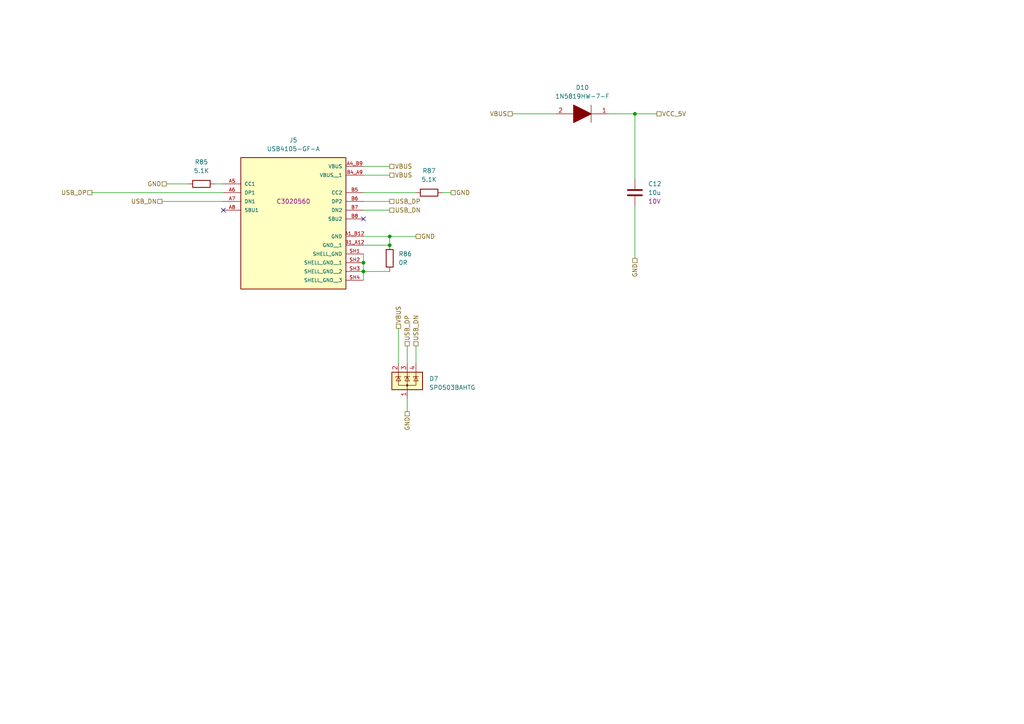
<source format=kicad_sch>
(kicad_sch (version 20250114) (generator "eeschema") (generator_version "9.0")
  (paper "A4")
  (title_block (title "A1S Mini Board") (date "2025-10-27") (rev "1.5") (company "Alex Miller & Martin Roger") (comment 1 "https://github.com/martinroger/VXDash"))
  (lib_symbols
    (symbol "DIY:USB4105-GF-A" (pin_names (offset 1.016))
      (property "Reference" "J" (at -15.24 13.97 0))
      (property "Value" "USB4105-GF-A" (at -15.24 -27.94 0))
      (symbol "USB4105-GF-A_0_0"
        (rectangle (start -15.24 -25.4) (end 15.24 12.7) (stroke (width 0.254)) (fill (type background)))
        (pin bidirectional line (at -20.32 5.08 0) (length 5.08) (name "CC1") (number "A5"))
        (pin bidirectional line (at -20.32 2.54 0) (length 5.08) (name "DP1") (number "A6"))
        (pin bidirectional line (at -20.32 0 0) (length 5.08) (name "DN1") (number "A7"))
        (pin bidirectional line (at -20.32 -2.54 0) (length 5.08) (name "SBU1") (number "A8"))
        (pin power_in line (at 20.32 10.16 180) (length 5.08) (name "VBUS") (number "A4_B9"))
        (pin power_in line (at 20.32 7.62 180) (length 5.08) (name "VBUS__1") (number "B4_A9"))
        (pin bidirectional line (at 20.32 2.54 180) (length 5.08) (name "CC2") (number "B5"))
        (pin bidirectional line (at 20.32 0 180) (length 5.08) (name "DP2") (number "B6"))
        (pin bidirectional line (at 20.32 -2.54 180) (length 5.08) (name "DN2") (number "B7"))
        (pin bidirectional line (at 20.32 -5.08 180) (length 5.08) (name "SBU2") (number "B8"))
        (pin power_in line (at 20.32 -10.16 180) (length 5.08) (name "GND") (number "A1_B12"))
        (pin power_in line (at 20.32 -12.7 180) (length 5.08) (name "GND__1") (number "B1_A12"))
        (pin power_in line (at 20.32 -15.24 180) (length 5.08) (name "SHELL_GND") (number "SH1"))
        (pin power_in line (at 20.32 -17.78 180) (length 5.08) (name "SHELL_GND__1") (number "SH2"))
        (pin power_in line (at 20.32 -20.32 180) (length 5.08) (name "SHELL_GND__2") (number "SH3"))
        (pin power_in line (at 20.32 -22.86 180) (length 5.08) (name "SHELL_GND__3") (number "SH4"))
      )
    )
    (symbol "Power_Protection:SP0503BAHT" (pin_names (hide yes))
      (property "Reference" "D" (at 5.715 2.54 0))
      (property "Value" "SP0503BAHT" (at 5.715 0.635 0))
      (symbol "SP0503BAHT_0_0"
        (pin passive line (at 0 -5.08 90) (length 2.54) (name "A") (number "1"))
      )
      (symbol "SP0503BAHT_0_1"
        (rectangle (start -4.445 2.54) (end 4.445 -2.54) (stroke (width 0.254)) (fill (type background)))
        (polyline (pts (xy -3.302 1.016) (xy -3.302 1.27) (xy -1.905 1.27) (xy -1.778 1.27)))
        (polyline (pts (xy -2.54 2.54) (xy -2.54 1.27)))
        (polyline (pts (xy -2.54 1.27) (xy -2.54 -1.27) (xy 2.54 -1.27) (xy 2.54 1.27)))
        (polyline (pts (xy -2.54 1.27) (xy -1.905 0) (xy -3.175 0) (xy -2.54 1.27)))
        (polyline (pts (xy 0 2.54) (xy 0 1.27)))
        (polyline (pts (xy 0 -1.27) (xy 0 1.27)))
        (polyline (pts (xy 0 -1.27) (xy 0 -2.54)))
        (circle (center 0 -1.27) (radius 0.254) (fill (type outline)))
        (polyline (pts (xy 0.635 1.27) (xy 0.762 1.27)))
        (polyline (pts (xy 0.635 1.27) (xy -0.762 1.27) (xy -0.762 1.016)))
        (polyline (pts (xy 0.635 0) (xy -0.635 0) (xy 0 1.27) (xy 0.635 0)))
        (polyline (pts (xy 1.778 1.016) (xy 1.778 1.27) (xy 3.175 1.27) (xy 3.302 1.27)))
        (polyline (pts (xy 2.54 2.54) (xy 2.54 1.27)))
        (polyline (pts (xy 2.54 1.27) (xy 1.905 0) (xy 3.175 0) (xy 2.54 1.27)))
      )
      (symbol "SP0503BAHT_1_1"
        (pin passive line (at -2.54 5.08 270) (length 2.54) (name "K") (number "2"))
        (pin passive line (at 0 5.08 270) (length 2.54) (name "K") (number "3"))
        (pin passive line (at 2.54 5.08 270) (length 2.54) (name "K") (number "4"))
      )
    )
    (symbol "VXDash_diodes:1N5819HW-7-F" (pin_names (offset 0.762))
      (property "Reference" "D" (at 11.43 5.08 0))
      (property "Value" "1N5819HW-7-F" (at 11.43 2.54 0))
      (symbol "1N5819HW-7-F_0_0"
        (pin passive line (at 0 0 0) (length 2.54) (name "~") (number "1"))
        (pin passive line (at 15.24 0 180) (length 2.54) (name "~") (number "2"))
      )
      (symbol "1N5819HW-7-F_0_1"
        (polyline (pts (xy 2.54 0) (xy 5.08 0)) (stroke (width 0.1524)))
        (polyline (pts (xy 5.08 2.54) (xy 5.08 -2.54)) (stroke (width 0.1524)))
        (polyline (pts (xy 5.08 0) (xy 10.16 2.54) (xy 10.16 -2.54) (xy 5.08 0)) (stroke (width 0.254)) (fill (type outline)))
        (polyline (pts (xy 10.16 0) (xy 12.7 0)) (stroke (width 0.1524)))
      )
    )
    (symbol "VXDash_passives:Cap_MLCC" (pin_numbers (hide yes)) (pin_names (offset 0.254))
      (property "Reference" "C" (at 2.54 2.54 0))
      (property "Value" "Cap_MLCC" (at 2.54 0 0))
      (property "Voltage" "50V" (at 2.54 -2.54 0))
      (symbol "Cap_MLCC_0_1"
        (polyline (pts (xy -2.032 0.762) (xy 2.032 0.762)) (stroke (width 0.508)))
        (polyline (pts (xy -2.032 -0.762) (xy 2.032 -0.762)) (stroke (width 0.508)))
      )
      (symbol "Cap_MLCC_1_1"
        (pin passive line (at 0 3.81 270) (length 2.794) (name "~") (number "1"))
        (pin passive line (at 0 -3.81 90) (length 2.794) (name "~") (number "2"))
      )
    )
    (symbol "VXDash_passives:Res" (pin_numbers (hide yes)) (pin_names (offset 0))
      (property "Reference" "R" (at 1.27 1.27 0))
      (property "Value" "Res" (at 1.27 -1.27 0))
      (symbol "Res_0_1"
        (rectangle (start -1.016 -2.54) (end 1.016 2.54) (stroke (width 0.254)))
      )
      (symbol "Res_1_1"
        (pin passive line (at 0 3.81 270) (length 1.27) (name "~") (number "1"))
        (pin passive line (at 0 -3.81 90) (length 1.27) (name "~") (number "2"))
      )
    )
  )
  (junction (at 105.41 78.74))
  (junction (at 113.03 71.12))
  (junction (at 113.03 68.58))
  (junction (at 105.41 76.2))
  (junction (at 184.15 33.02))
  (no_connect (at 64.77 60.96))
  (no_connect (at 105.41 63.5))
  (wire (pts (xy 118.11 100.33) (xy 118.11 105.41)))
  (wire (pts (xy 176.53 33.02) (xy 184.15 33.02)))
  (wire (pts (xy 62.23 53.34) (xy 64.77 53.34)))
  (wire (pts (xy 118.11 115.57) (xy 118.11 119.38)))
  (wire (pts (xy 120.65 100.33) (xy 120.65 105.41)))
  (wire (pts (xy 105.41 71.12) (xy 113.03 71.12)))
  (wire (pts (xy 115.57 95.25) (xy 115.57 105.41)))
  (wire (pts (xy 26.67 55.88) (xy 64.77 55.88)))
  (wire (pts (xy 184.15 59.69) (xy 184.15 74.93)))
  (wire (pts (xy 105.41 76.2) (xy 105.41 78.74)))
  (wire (pts (xy 105.41 48.26) (xy 113.03 48.26)))
  (wire (pts (xy 105.41 78.74) (xy 105.41 81.28)))
  (wire (pts (xy 148.59 33.02) (xy 161.29 33.02)))
  (wire (pts (xy 46.99 58.42) (xy 64.77 58.42)))
  (wire (pts (xy 105.41 68.58) (xy 113.03 68.58)))
  (wire (pts (xy 128.27 55.88) (xy 130.81 55.88)))
  (wire (pts (xy 105.41 78.74) (xy 113.03 78.74)))
  (wire (pts (xy 105.41 55.88) (xy 120.65 55.88)))
  (wire (pts (xy 184.15 33.02) (xy 190.5 33.02)))
  (wire (pts (xy 105.41 50.8) (xy 113.03 50.8)))
  (wire (pts (xy 184.15 33.02) (xy 184.15 52.07)))
  (wire (pts (xy 113.03 68.58) (xy 120.65 68.58)))
  (wire (pts (xy 105.41 60.96) (xy 113.03 60.96)))
  (wire (pts (xy 105.41 58.42) (xy 113.03 58.42)))
  (wire (pts (xy 113.03 68.58) (xy 113.03 71.12)))
  (wire (pts (xy 105.41 73.66) (xy 105.41 76.2)))
  (wire (pts (xy 48.26 53.34) (xy 54.61 53.34)))
  (hierarchical_label "VBUS" (shape passive) (at 113.03 48.26 0))
  (hierarchical_label "VCC_5V" (shape passive) (at 190.5 33.02 0))
  (hierarchical_label "GND" (shape passive) (at 184.15 74.93 270))
  (hierarchical_label "USB_DN" (shape passive) (at 113.03 60.96 0))
  (hierarchical_label "GND" (shape passive) (at 118.11 119.38 270))
  (hierarchical_label "GND" (shape passive) (at 120.65 68.58 0))
  (hierarchical_label "VBUS" (shape passive) (at 113.03 50.8 0))
  (hierarchical_label "VBUS" (shape passive) (at 148.59 33.02 180))
  (hierarchical_label "USB_DP" (shape passive) (at 113.03 58.42 0))
  (hierarchical_label "GND" (shape passive) (at 130.81 55.88 0))
  (hierarchical_label "USB_DP" (shape passive) (at 118.11 100.33 90))
  (hierarchical_label "USB_DN" (shape passive) (at 46.99 58.42 180))
  (hierarchical_label "VBUS" (shape passive) (at 115.57 95.25 90))
  (hierarchical_label "USB_DN" (shape passive) (at 120.65 100.33 90))
  (hierarchical_label "USB_DP" (shape passive) (at 26.67 55.88 180))
  (hierarchical_label "GND" (shape passive) (at 48.26 53.34 180))
  (symbol (lib_id "VXDash_passives:Res") (at 113.03 74.93 0) (unit 1)
    (property "Reference" "R86" (at 115.57 73.6599 0) (effects (justify left)))
    (property "Value" "0R" (at 115.57 76.1999 0) (effects (justify left)))
    (property "Footprint" "Resistor_SMD:R_0603_1608Metric_Pad0.98x0.95mm_HandSolder" (effects (hide yes)))
    (property "Datasheet" "http://datasheet.octopart.com/0603WAF0000T5E-Royal-Ohm-datasheet-165785611.pdf" (effects (hide yes)))
    (property "Description" "Resistor" (effects (hide yes)))
    (property "Tol" "1%" (effects (hide yes)))
    (property "Power" "100mW" (effects (hide yes)))
    (property "MFT" "Royal Ohm" (effects (hide yes)))
    (property "MFT_PN" "0603WAF0000T5E" (effects (hide yes)))
    (property "LCSC" "C21189" (effects (hide yes)))
  )
  (symbol (lib_id "DIY:USB4105-GF-A") (at 85.09 58.42 0) (unit 1)
    (property "Reference" "J7" (at 85.09 40.64 0))
    (property "Value" "USB4105-GF-A" (at 85.09 43.18 0))
    (property "Footprint" "VXDash_connectors:GCT_USB4105-GF-A" (effects (hide yes)))
    (property "Datasheet" "https://mm.digikey.com/Volume0/opasdata/d220001/medias/docus/5492/USB4105.pdf" (effects (hide yes)))
    (property "Description" "CONN RCP USB2.0 TYP C 24P SMD RA" (effects (hide yes)))
    (property "MFT" "GCT" (effects (hide yes)))
    (property "MFT_PN" "USB4105-GF-A" (effects (hide yes)))
    (property "Type" "SMD" (effects (hide yes)))
    (property "LCSC" "C3020560" (at 85.09 58.42 0))
    (instances (project "a1s-mini" (path "" (reference "J5") (unit 1)) (path "" (reference "J6") (unit 1))) (project "a1s-mini" (path "" (reference "J7") (unit 1))))
  )
  (symbol (lib_id "VXDash_diodes:1N5819HW-7-F") (at 176.53 33.02 180) (unit 1)
    (property "Reference" "D11" (at 168.91 25.4 0))
    (property "Value" "1N5819HW-7-F" (at 168.91 27.94 0))
    (property "Footprint" "Diode_SMD:D_SOD-123" (effects (hide yes)))
    (property "Datasheet" "https://www.diodes.com//assets/Datasheets/1N5819HW.pdf" (effects (hide yes)))
    (property "Description" "Diode Schottky 1A 40V SOD123 Diodes Inc 1N5819HW-7-F, SMT Schottky Diode, 40V 1A, 2-Pin SOD-123" (effects (hide yes)))
    (property "Height" "1.45" (effects (hide yes)))
    (property "Manufacturer_Name" "Diodes Incorporated" (effects (hide yes)))
    (property "Manufacturer_Part_Number" "1N5819HW-7-F" (effects (hide yes)))
    (property "Mouser Part Number" "621-1N5819HW-F" (effects (hide yes)))
    (property "Mouser Price/Stock" "https://www.mouser.co.uk/ProductDetail/Diodes-Incorporated/1N5819HW-7-F?qs=NQ47qNm99eDyWTEd07miYA%3D%3D" (effects (hide yes)))
    (property "Arrow Part Number" "1N5819HW-7-F" (effects (hide yes)))
    (property "Arrow Price/Stock" "https://www.arrow.com/en/products/1n5819hw-7-f/diodes-incorporated?utm_currency=USD&region=nac" (effects (hide yes)))
    (property "Type" "SMD" (effects (hide yes)))
    (property "MFT" "Diodes Incorporated" (effects (hide yes)))
    (property "MFT_PN" "1N5819HW-7-F" (effects (hide yes)))
    (property "LCSC" "C82544" (effects (hide yes)))
    (instances (project "a1s-mini" (path "" (reference "D10") (unit 1)) (path "" (reference "D14") (unit 1))) (project "a1s-mini" (path "" (reference "D11") (unit 1))))
  )
  (symbol (lib_id "VXDash_passives:Res") (at 124.46 55.88 90) (unit 1)
    (property "Reference" "R87" (at 124.46 49.53 90))
    (property "Value" "5.1K" (at 124.46 52.07 90))
    (property "Footprint" "Resistor_SMD:R_0603_1608Metric_Pad0.98x0.95mm_HandSolder" (effects (hide yes)))
    (property "Datasheet" "http://datasheet.octopart.com/RC0603FR-075K1L-Yageo-datasheet-103092701.pdf" (effects (hide yes)))
    (property "Description" "Resistor" (effects (hide yes)))
    (property "Tol" "1%" (effects (hide yes)))
    (property "Power" "100mW" (effects (hide yes)))
    (property "MFT" "Yageo" (effects (hide yes)))
    (property "MFT_PN" "RC0603FR-075K1L" (effects (hide yes)))
    (property "LCSC" "C105580" (effects (hide yes)))
    (property "LCSC alt" "C23186" (effects (hide yes)))
  )
  (symbol (lib_id "VXDash_passives:Res") (at 58.42 53.34 90) (unit 1)
    (property "Reference" "R85" (at 58.42 46.99 90))
    (property "Value" "5.1K" (at 58.42 49.53 90))
    (property "Footprint" "Resistor_SMD:R_0603_1608Metric_Pad0.98x0.95mm_HandSolder" (effects (hide yes)))
    (property "Datasheet" "http://datasheet.octopart.com/RC0603FR-075K1L-Yageo-datasheet-103092701.pdf" (effects (hide yes)))
    (property "Description" "Resistor" (effects (hide yes)))
    (property "Tol" "1%" (effects (hide yes)))
    (property "Power" "100mW" (effects (hide yes)))
    (property "MFT" "Yageo" (effects (hide yes)))
    (property "MFT_PN" "RC0603FR-075K1L" (effects (hide yes)))
    (property "LCSC" "C105580" (effects (hide yes)))
    (property "LCSC alt" "C23186" (effects (hide yes)))
  )
  (symbol (lib_id "VXDash_passives:Cap_MLCC") (at 184.15 55.88 180) (unit 1)
    (property "Reference" "C57" (at 187.96 53.3399 0) (effects (justify right)))
    (property "Value" "10u" (at 187.96 55.8799 0) (effects (justify right)))
    (property "Footprint" "Capacitor_SMD:C_0603_1608Metric_Pad1.08x0.95mm_HandSolder" (effects (hide yes)))
    (property "Datasheet" "http://datasheet.octopart.com/CL10A106KP8NNNC-Samsung-Electro-Mechanics-datasheet-8324245.pdf" (effects (hide yes)))
    (property "Description" "Ceremic capacitor" (effects (hide yes)))
    (property "Manufacturer_Name" "Samsung Electro-Mechanics" (effects (hide yes)))
    (property "Manufacturer_Part_Number" "CL10A106KP8NNNC" (effects (hide yes)))
    (property "Voltage" "10V" (at 187.96 58.4199 0) (effects (justify right)))
    (property "Tol" "10%" (effects (hide yes)))
    (property "Dielectric" "X7R" (effects (hide yes)))
    (property "MFT" "Samsung Electro-Mechanics" (effects (hide yes)))
    (property "MFT_PN" "CL10A106KP8NNNC" (effects (hide yes)))
    (property "LCSC" "C19702" (effects (hide yes)))
    (property "LCSC alt" "C6119842" (effects (hide yes)))
    (instances (project "a1s-mini" (path "" (reference "C12") (unit 1)) (path "" (reference "C15") (unit 1))) (project "a1s-mini" (path "" (reference "C57") (unit 1))))
  )
  (symbol (lib_id "Power_Protection:SP0503BAHT") (at 118.11 110.49 0) (unit 1)
    (property "Reference" "D10" (at 124.46 109.855 0) (effects (justify left)))
    (property "Value" "SP0503BAHTG" (at 124.46 112.395 0) (effects (justify left)))
    (property "Footprint" "Package_TO_SOT_SMD:SOT-143" (effects (hide yes)))
    (property "Datasheet" "http://www.littelfuse.com/~/media/files/littelfuse/technical%20resources/documents/data%20sheets/sp05xxba.pdf" (effects (hide yes)))
    (property "Description" "TVS DIODE 5.5VWM 8.5VC SOT1434" (effects (hide yes)))
    (property "Manufacturer_Name" "Littelfuse Inc" (effects (hide yes)))
    (property "Manufacturer_Part_Number" "SP0503BAHTG" (effects (hide yes)))
    (property "Type" "SMD" (effects (hide yes)))
    (property "LCSC" "C7074" (effects (hide yes)))
    (property "MFT" "Littelfuse" (effects (hide yes)))
    (property "MFT_PN" "SP0503BAHTG" (effects (hide yes)))
    (instances (project "a1s-mini" (path "" (reference "D7") (unit 1)) (path "" (reference "D8") (unit 1))) (project "a1s-mini" (path "" (reference "D10") (unit 1))))
  )
)
</source>
